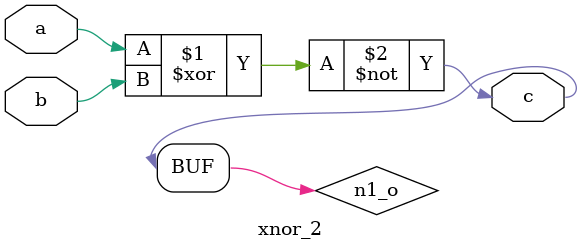
<source format=v>
module xnor_2
  (input  a,
   input  b,
   output c);
  wire n1_o;
  assign c = n1_o;
  /* General/xnor_2.vhd:37:16  */
  assign n1_o = ~(a ^ b);
endmodule


</source>
